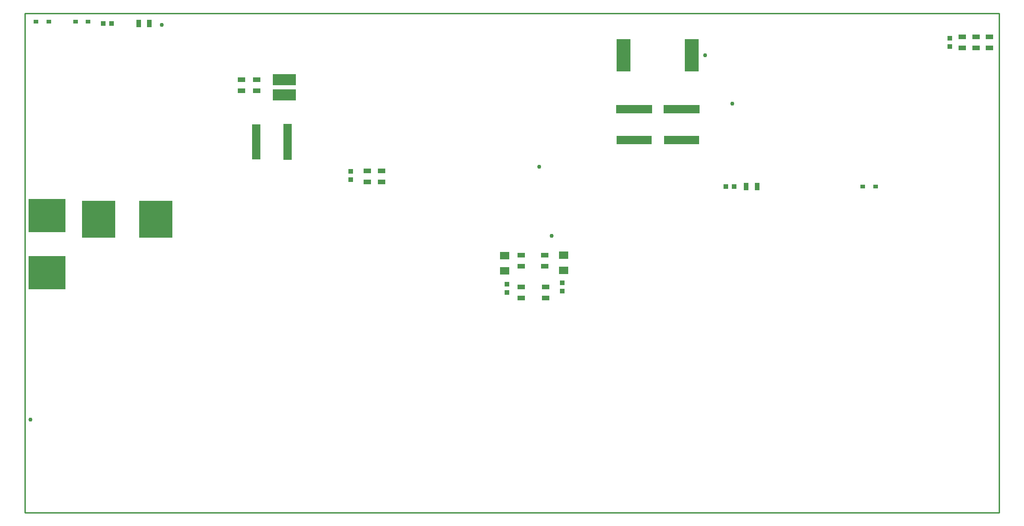
<source format=gtp>
G04*
G04 #@! TF.GenerationSoftware,Altium Limited,Altium Designer,18.1.11 (251)*
G04*
G04 Layer_Color=8421504*
%FSLAX25Y25*%
%MOIN*%
G70*
G01*
G75*
%ADD10C,0.01000*%
%ADD15C,0.03000*%
%ADD16R,0.05906X0.25984*%
%ADD17R,0.05906X0.25197*%
%ADD18R,0.25197X0.05906*%
%ADD19R,0.25984X0.05906*%
%ADD20R,0.05315X0.03543*%
%ADD21R,0.03543X0.05315*%
%ADD22R,0.06890X0.05709*%
%ADD23R,0.03740X0.03543*%
%ADD24R,0.03543X0.03740*%
%ADD25R,0.03543X0.02559*%
%ADD26R,0.26575X0.24016*%
%ADD27R,0.24016X0.26575*%
%ADD28R,0.17126X0.08268*%
%ADD29R,0.10236X0.23622*%
D10*
X107000Y131500D02*
Y493000D01*
Y131500D02*
X811500D01*
Y493000D01*
X107000D02*
X811500D01*
D15*
X479000Y382100D02*
D03*
X488000Y332000D02*
D03*
X111000Y199000D02*
D03*
X599000Y462500D02*
D03*
X618600Y427500D02*
D03*
X205750Y484750D02*
D03*
D16*
X296721Y400000D02*
D03*
D17*
X274279D02*
D03*
D18*
X582000Y401279D02*
D03*
X547500D02*
D03*
D19*
X582000Y423721D02*
D03*
X547500D02*
D03*
D20*
X795000Y475937D02*
D03*
Y468063D02*
D03*
X804500Y475937D02*
D03*
Y468063D02*
D03*
X466000Y317874D02*
D03*
Y310000D02*
D03*
X483000Y317937D02*
D03*
Y310063D02*
D03*
X466000Y294937D02*
D03*
Y287063D02*
D03*
X483500Y294886D02*
D03*
Y287012D02*
D03*
X274500Y444937D02*
D03*
Y437063D02*
D03*
X365000Y378874D02*
D03*
Y371000D02*
D03*
X785000Y475937D02*
D03*
Y468063D02*
D03*
X354500Y378937D02*
D03*
Y371063D02*
D03*
X263500Y444937D02*
D03*
Y437063D02*
D03*
D21*
X636437Y367500D02*
D03*
X628563D02*
D03*
X189063Y485500D02*
D03*
X196937D02*
D03*
D22*
X454000Y317512D02*
D03*
Y306488D02*
D03*
X496500Y318012D02*
D03*
Y306988D02*
D03*
D23*
X455500Y297051D02*
D03*
Y290949D02*
D03*
X495500Y298051D02*
D03*
Y291949D02*
D03*
X342500Y372449D02*
D03*
Y378551D02*
D03*
X776000Y468949D02*
D03*
Y475051D02*
D03*
D24*
X613898Y367500D02*
D03*
X620000D02*
D03*
X169551Y485500D02*
D03*
X163449D02*
D03*
D25*
X124028Y487000D02*
D03*
X114972D02*
D03*
X712972Y367500D02*
D03*
X722028D02*
D03*
X143472Y487000D02*
D03*
X152528D02*
D03*
D26*
X123000Y305331D02*
D03*
Y346669D02*
D03*
D27*
X201669Y344000D02*
D03*
X160331D02*
D03*
D28*
X294500Y433779D02*
D03*
Y445000D02*
D03*
D29*
X539795Y462500D02*
D03*
X589205D02*
D03*
M02*

</source>
